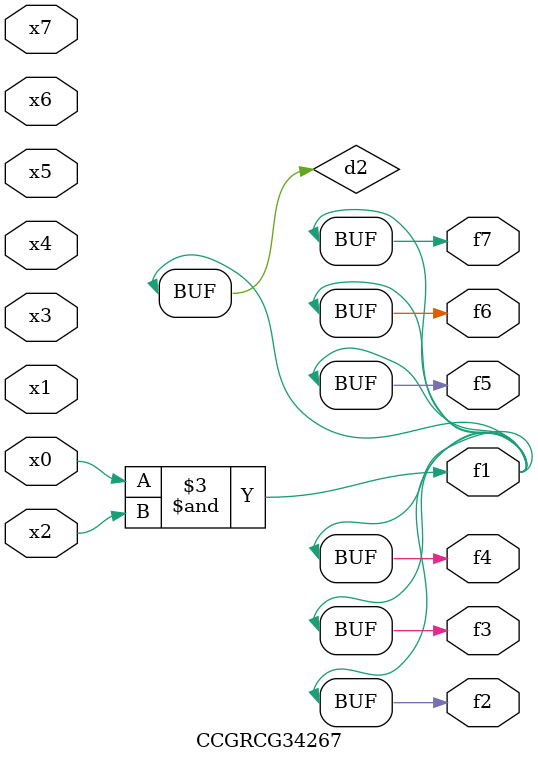
<source format=v>
module CCGRCG34267(
	input x0, x1, x2, x3, x4, x5, x6, x7,
	output f1, f2, f3, f4, f5, f6, f7
);

	wire d1, d2;

	nor (d1, x3, x6);
	and (d2, x0, x2);
	assign f1 = d2;
	assign f2 = d2;
	assign f3 = d2;
	assign f4 = d2;
	assign f5 = d2;
	assign f6 = d2;
	assign f7 = d2;
endmodule

</source>
